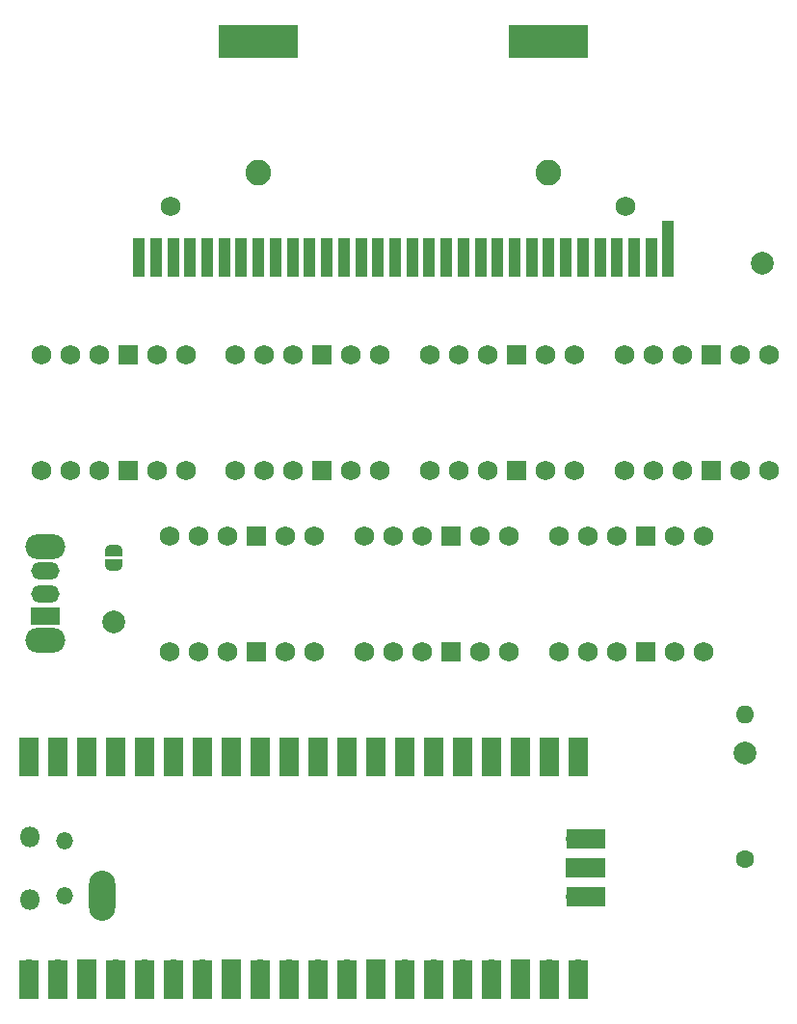
<source format=gbr>
%TF.GenerationSoftware,KiCad,Pcbnew,8.0.1*%
%TF.CreationDate,2024-04-15T13:22:49+02:00*%
%TF.ProjectId,shawazu-gb-dumper,73686177-617a-4752-9d67-622d64756d70,rev?*%
%TF.SameCoordinates,Original*%
%TF.FileFunction,Soldermask,Top*%
%TF.FilePolarity,Negative*%
%FSLAX46Y46*%
G04 Gerber Fmt 4.6, Leading zero omitted, Abs format (unit mm)*
G04 Created by KiCad (PCBNEW 8.0.1) date 2024-04-15 13:22:49*
%MOMM*%
%LPD*%
G01*
G04 APERTURE LIST*
G04 Aperture macros list*
%AMRoundRect*
0 Rectangle with rounded corners*
0 $1 Rounding radius*
0 $2 $3 $4 $5 $6 $7 $8 $9 X,Y pos of 4 corners*
0 Add a 4 corners polygon primitive as box body*
4,1,4,$2,$3,$4,$5,$6,$7,$8,$9,$2,$3,0*
0 Add four circle primitives for the rounded corners*
1,1,$1+$1,$2,$3*
1,1,$1+$1,$4,$5*
1,1,$1+$1,$6,$7*
1,1,$1+$1,$8,$9*
0 Add four rect primitives between the rounded corners*
20,1,$1+$1,$2,$3,$4,$5,0*
20,1,$1+$1,$4,$5,$6,$7,0*
20,1,$1+$1,$6,$7,$8,$9,0*
20,1,$1+$1,$8,$9,$2,$3,0*%
%AMFreePoly0*
4,1,19,0.500000,-0.750000,0.000000,-0.750000,0.000000,-0.744911,-0.071157,-0.744911,-0.207708,-0.704816,-0.327430,-0.627875,-0.420627,-0.520320,-0.479746,-0.390866,-0.500000,-0.250000,-0.500000,0.250000,-0.479746,0.390866,-0.420627,0.520320,-0.327430,0.627875,-0.207708,0.704816,-0.071157,0.744911,0.000000,0.744911,0.000000,0.750000,0.500000,0.750000,0.500000,-0.750000,0.500000,-0.750000,
$1*%
%AMFreePoly1*
4,1,19,0.000000,0.744911,0.071157,0.744911,0.207708,0.704816,0.327430,0.627875,0.420627,0.520320,0.479746,0.390866,0.500000,0.250000,0.500000,-0.250000,0.479746,-0.390866,0.420627,-0.520320,0.327430,-0.627875,0.207708,-0.704816,0.071157,-0.744911,0.000000,-0.744911,0.000000,-0.750000,-0.500000,-0.750000,-0.500000,0.750000,0.000000,0.750000,0.000000,0.744911,0.000000,0.744911,
$1*%
G04 Aperture macros list end*
%ADD10R,1.000000X5.000000*%
%ADD11R,1.000000X3.500000*%
%ADD12C,1.750000*%
%ADD13C,2.250000*%
%ADD14R,7.000000X3.000000*%
%ADD15RoundRect,0.102000X0.762000X-0.762000X0.762000X0.762000X-0.762000X0.762000X-0.762000X-0.762000X0*%
%ADD16C,1.728000*%
%ADD17FreePoly0,270.000000*%
%ADD18FreePoly1,270.000000*%
%ADD19O,2.300000X4.400000*%
%ADD20C,2.000000*%
%ADD21O,1.800000X1.800000*%
%ADD22O,1.500000X1.500000*%
%ADD23O,1.700000X1.700000*%
%ADD24R,1.700000X3.500000*%
%ADD25R,1.700000X1.700000*%
%ADD26R,3.500000X1.700000*%
%ADD27C,1.600000*%
%ADD28O,1.600000X1.600000*%
%ADD29O,3.500000X2.200000*%
%ADD30R,2.500000X1.500000*%
%ADD31O,2.500000X1.500000*%
G04 APERTURE END LIST*
D10*
%TO.C,J1*%
X163250000Y-45250000D03*
D11*
X161750000Y-46000000D03*
X160250000Y-46000000D03*
X158750000Y-46000000D03*
X157250000Y-46000000D03*
X155750000Y-46000000D03*
X154250000Y-46000000D03*
X152750000Y-46000000D03*
X151250000Y-46000000D03*
X149750000Y-46000000D03*
X148250000Y-46000000D03*
X146750000Y-46000000D03*
X145250000Y-46000000D03*
X143750000Y-46000000D03*
X142250000Y-46000000D03*
X140750000Y-46000000D03*
X139250000Y-46000000D03*
X137750000Y-46000000D03*
X136250000Y-46000000D03*
X134750000Y-46000000D03*
X133250000Y-46000000D03*
X131750000Y-46000000D03*
X130250000Y-46000000D03*
X128750000Y-46000000D03*
X127250000Y-46000000D03*
X125750000Y-46000000D03*
X124250000Y-46000000D03*
X122750000Y-46000000D03*
X121250000Y-46000000D03*
X119750000Y-46000000D03*
X118250000Y-46000000D03*
X116750000Y-46000000D03*
D12*
X159500000Y-41500000D03*
D13*
X152750000Y-38500000D03*
D14*
X152750000Y-27000000D03*
D13*
X127250000Y-38500000D03*
D14*
X127250000Y-27000000D03*
D12*
X119500000Y-41500000D03*
%TD*%
D15*
%TO.C,U1*%
X115770000Y-54500000D03*
X115770000Y-64660000D03*
D16*
X113230000Y-54500000D03*
X108150000Y-54500000D03*
X110690000Y-54500000D03*
X118310000Y-54500000D03*
X120850000Y-54500000D03*
X113230000Y-64660000D03*
X108150000Y-64660000D03*
X110690000Y-64660000D03*
X118310000Y-64660000D03*
X120850000Y-64660000D03*
%TD*%
D17*
%TO.C,JP1*%
X114500000Y-71700000D03*
D18*
X114500000Y-73000000D03*
%TD*%
D15*
%TO.C,U4*%
X167000000Y-54500000D03*
X167000000Y-64660000D03*
D16*
X164460000Y-54500000D03*
X159380000Y-54500000D03*
X161920000Y-54500000D03*
X169540000Y-54500000D03*
X172080000Y-54500000D03*
X164460000Y-64660000D03*
X159380000Y-64660000D03*
X161920000Y-64660000D03*
X169540000Y-64660000D03*
X172080000Y-64660000D03*
%TD*%
D19*
%TO.C,TP4*%
X113500000Y-102000000D03*
%TD*%
D15*
%TO.C,U3*%
X149923332Y-54500000D03*
X149923332Y-64660000D03*
D16*
X147383332Y-54500000D03*
X142303332Y-54500000D03*
X144843332Y-54500000D03*
X152463332Y-54500000D03*
X155003332Y-54500000D03*
X147383332Y-64660000D03*
X142303332Y-64660000D03*
X144843332Y-64660000D03*
X152463332Y-64660000D03*
X155003332Y-64660000D03*
%TD*%
D15*
%TO.C,U2*%
X132846666Y-54500000D03*
X132846666Y-64660000D03*
D16*
X130306666Y-54500000D03*
X125226666Y-54500000D03*
X127766666Y-54500000D03*
X135386666Y-54500000D03*
X137926666Y-54500000D03*
X130306666Y-64660000D03*
X125226666Y-64660000D03*
X127766666Y-64660000D03*
X135386666Y-64660000D03*
X137926666Y-64660000D03*
%TD*%
D20*
%TO.C,TP4*%
X170000000Y-89500000D03*
%TD*%
%TO.C,TP2*%
X114500000Y-78000000D03*
%TD*%
D15*
%TO.C,U6*%
X144175000Y-70420000D03*
X144175000Y-80580000D03*
D16*
X141635000Y-70420000D03*
X136555000Y-70420000D03*
X139095000Y-70420000D03*
X146715000Y-70420000D03*
X149255000Y-70420000D03*
X141635000Y-80580000D03*
X136555000Y-80580000D03*
X139095000Y-80580000D03*
X146715000Y-80580000D03*
X149255000Y-80580000D03*
%TD*%
D21*
%TO.C,U8*%
X107190000Y-102335000D03*
D22*
X110220000Y-102035000D03*
X110220000Y-97185000D03*
D21*
X107190000Y-96885000D03*
D23*
X107060000Y-108500000D03*
D24*
X107060000Y-109400000D03*
D23*
X109600000Y-108500000D03*
D24*
X109600000Y-109400000D03*
D25*
X112140000Y-108500000D03*
D24*
X112140000Y-109400000D03*
D23*
X114680000Y-108500000D03*
D24*
X114680000Y-109400000D03*
D23*
X117220000Y-108500000D03*
D24*
X117220000Y-109400000D03*
D23*
X119760000Y-108500000D03*
D24*
X119760000Y-109400000D03*
D23*
X122300000Y-108500000D03*
D24*
X122300000Y-109400000D03*
D25*
X124840000Y-108500000D03*
D24*
X124840000Y-109400000D03*
D23*
X127380000Y-108500000D03*
D24*
X127380000Y-109400000D03*
D23*
X129920000Y-108500000D03*
D24*
X129920000Y-109400000D03*
D23*
X132460000Y-108500000D03*
D24*
X132460000Y-109400000D03*
D23*
X135000000Y-108500000D03*
D24*
X135000000Y-109400000D03*
D25*
X137540000Y-108500000D03*
D24*
X137540000Y-109400000D03*
D23*
X140080000Y-108500000D03*
D24*
X140080000Y-109400000D03*
D23*
X142620000Y-108500000D03*
D24*
X142620000Y-109400000D03*
D23*
X145160000Y-108500000D03*
D24*
X145160000Y-109400000D03*
D23*
X147700000Y-108500000D03*
D24*
X147700000Y-109400000D03*
D25*
X150240000Y-108500000D03*
D24*
X150240000Y-109400000D03*
D23*
X152780000Y-108500000D03*
D24*
X152780000Y-109400000D03*
D23*
X155320000Y-108500000D03*
D24*
X155320000Y-109400000D03*
D23*
X155320000Y-90720000D03*
D24*
X155320000Y-89820000D03*
D23*
X152780000Y-90720000D03*
D24*
X152780000Y-89820000D03*
D25*
X150240000Y-90720000D03*
D24*
X150240000Y-89820000D03*
D23*
X147700000Y-90720000D03*
D24*
X147700000Y-89820000D03*
D23*
X145160000Y-90720000D03*
D24*
X145160000Y-89820000D03*
D23*
X142620000Y-90720000D03*
D24*
X142620000Y-89820000D03*
D23*
X140080000Y-90720000D03*
D24*
X140080000Y-89820000D03*
D25*
X137540000Y-90720000D03*
D24*
X137540000Y-89820000D03*
D23*
X135000000Y-90720000D03*
D24*
X135000000Y-89820000D03*
D23*
X132460000Y-90720000D03*
D24*
X132460000Y-89820000D03*
D23*
X129920000Y-90720000D03*
D24*
X129920000Y-89820000D03*
D23*
X127380000Y-90720000D03*
D24*
X127380000Y-89820000D03*
D25*
X124840000Y-90720000D03*
D24*
X124840000Y-89820000D03*
D23*
X122300000Y-90720000D03*
D24*
X122300000Y-89820000D03*
D23*
X119760000Y-90720000D03*
D24*
X119760000Y-89820000D03*
D23*
X117220000Y-90720000D03*
D24*
X117220000Y-89820000D03*
D23*
X114680000Y-90720000D03*
D24*
X114680000Y-89820000D03*
D25*
X112140000Y-90720000D03*
D24*
X112140000Y-89820000D03*
D23*
X109600000Y-90720000D03*
D24*
X109600000Y-89820000D03*
D23*
X107060000Y-90720000D03*
D24*
X107060000Y-89820000D03*
D23*
X155090000Y-102150000D03*
D26*
X155990000Y-102150000D03*
D25*
X155090000Y-99610000D03*
D26*
X155990000Y-99610000D03*
D23*
X155090000Y-97070000D03*
D26*
X155990000Y-97070000D03*
%TD*%
D27*
%TO.C,10 k\u03A9*%
X170000000Y-98850000D03*
D28*
X170000000Y-86150000D03*
%TD*%
D29*
%TO.C,SW1*%
X108500000Y-79600000D03*
X108500000Y-71400000D03*
D30*
X108500000Y-77500000D03*
D31*
X108500000Y-75500000D03*
X108500000Y-73500000D03*
%TD*%
D20*
%TO.C,TP3*%
X171500000Y-46500000D03*
%TD*%
D15*
%TO.C,U7*%
X161270000Y-70420000D03*
X161270000Y-80580000D03*
D16*
X158730000Y-70420000D03*
X153650000Y-70420000D03*
X156190000Y-70420000D03*
X163810000Y-70420000D03*
X166350000Y-70420000D03*
X158730000Y-80580000D03*
X153650000Y-80580000D03*
X156190000Y-80580000D03*
X163810000Y-80580000D03*
X166350000Y-80580000D03*
%TD*%
D15*
%TO.C,U5*%
X127080000Y-70420000D03*
X127080000Y-80580000D03*
D16*
X124540000Y-70420000D03*
X119460000Y-70420000D03*
X122000000Y-70420000D03*
X129620000Y-70420000D03*
X132160000Y-70420000D03*
X124540000Y-80580000D03*
X119460000Y-80580000D03*
X122000000Y-80580000D03*
X129620000Y-80580000D03*
X132160000Y-80580000D03*
%TD*%
M02*

</source>
